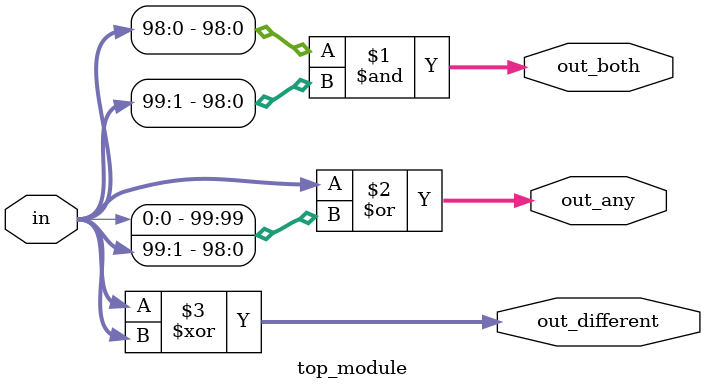
<source format=sv>
module top_module (
    input [99:0] in,
    output [98:0] out_both,
    output [99:0] out_any,
    output [99:0] out_different
);

    assign out_both = in[98:0] & in[99:1];
    
    assign out_any = in | {in[0], in[99:1]};
    
    assign out_different = in ^ {in[99], in[98:0]};

endmodule

</source>
